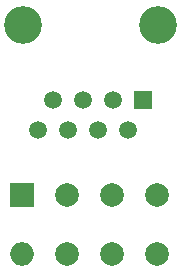
<source format=gbr>
%TF.GenerationSoftware,KiCad,Pcbnew,7.0.9*%
%TF.CreationDate,2024-01-22T18:23:32+13:00*%
%TF.ProjectId,rj45_breakout,726a3435-5f62-4726-9561-6b6f75742e6b,rev?*%
%TF.SameCoordinates,Original*%
%TF.FileFunction,Soldermask,Top*%
%TF.FilePolarity,Negative*%
%FSLAX46Y46*%
G04 Gerber Fmt 4.6, Leading zero omitted, Abs format (unit mm)*
G04 Created by KiCad (PCBNEW 7.0.9) date 2024-01-22 18:23:32*
%MOMM*%
%LPD*%
G01*
G04 APERTURE LIST*
%ADD10C,3.200000*%
%ADD11R,1.500000X1.500000*%
%ADD12C,1.500000*%
%ADD13R,2.000000X2.000000*%
%ADD14O,2.000000X2.000000*%
%ADD15C,2.000000*%
G04 APERTURE END LIST*
D10*
%TO.C,J1*%
X54620000Y-30650000D03*
X43190000Y-30650000D03*
D11*
X53350000Y-37000000D03*
D12*
X52080000Y-39540000D03*
X50810000Y-37000000D03*
X49540000Y-39540000D03*
X48270000Y-37000000D03*
X47000000Y-39540000D03*
X45730000Y-37000000D03*
X44460000Y-39540000D03*
%TD*%
D13*
%TO.C,J2*%
X43110000Y-44996200D03*
D14*
X43110000Y-50000000D03*
D15*
X46920000Y-44996200D03*
X46920000Y-50000000D03*
X50730000Y-44996200D03*
X50730000Y-50000000D03*
X54540000Y-44996200D03*
X54540000Y-50000000D03*
%TD*%
M02*

</source>
